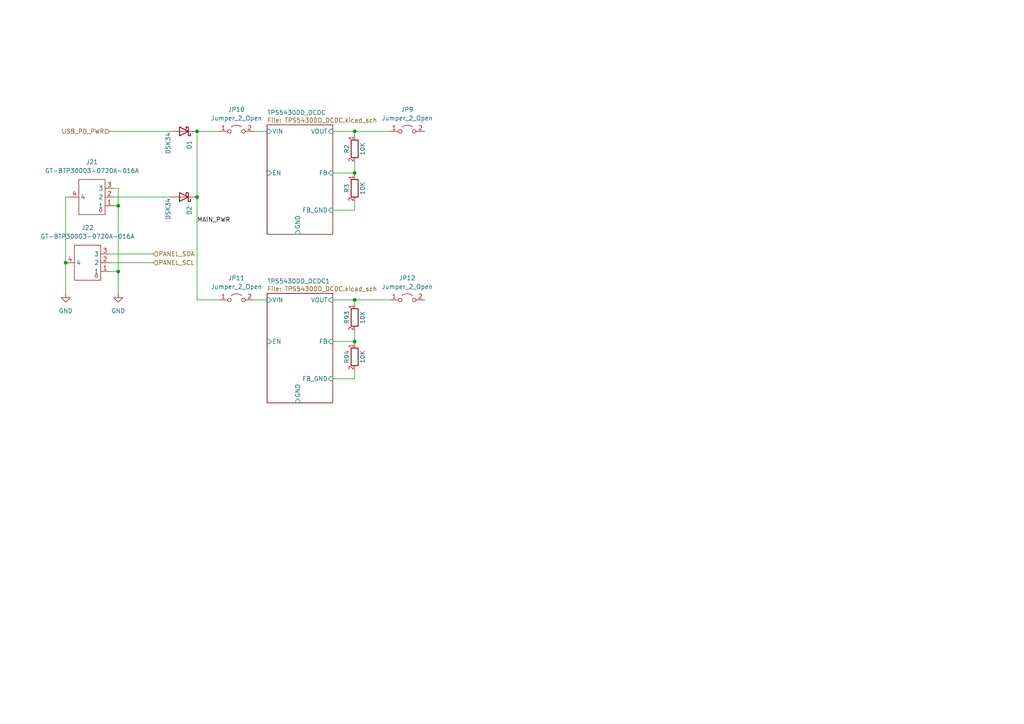
<source format=kicad_sch>
(kicad_sch (version 20250114) (generator "eeschema") (generator_version "9.0")
  (paper "A4")
  (lib_symbols
    (symbol "Diode:CDBA340-HF" (pin_numbers (hide yes)) (pin_names (hide yes))
      (property "Reference" "D" (at 0 2.54 0))
      (property "Value" "CDBA340-HF" (at 0 -2.54 0))
      (symbol "CDBA340-HF_0_1"
        (polyline (pts (xy -1.905 0.635) (xy -1.905 1.27) (xy -1.27 1.27) (xy -1.27 -1.27) (xy -0.635 -1.27) (xy -0.635 -0.635)) (stroke (width 0.254)))
        (polyline (pts (xy 1.27 1.27) (xy 1.27 -1.27) (xy -1.27 0) (xy 1.27 1.27)) (stroke (width 0.254)))
        (polyline (pts (xy 1.27 0) (xy -1.27 0)))
      )
      (symbol "CDBA340-HF_1_1"
        (pin passive line (at -3.81 0 0) (length 2.54) (name "K") (number "1"))
        (pin passive line (at 3.81 0 180) (length 2.54) (name "A") (number "2"))
      )
    )
    (symbol "Jumper:Jumper_2_Open" (pin_names (offset 0) (hide yes))
      (property "Reference" "JP" (at 0 2.794 0))
      (property "Value" "Jumper_2_Open" (at 0 -2.286 0))
      (symbol "Jumper_2_Open_0_0"
        (circle (center -2.032 0) (radius 0.508))
        (circle (center 2.032 0) (radius 0.508))
      )
      (symbol "Jumper_2_Open_0_1"
        (arc (start -1.524 1.27) (mid 0 1.778) (end 1.524 1.27))
      )
      (symbol "Jumper_2_Open_1_1"
        (pin passive line (at -5.08 0 0) (length 2.54) (name "A") (number "1"))
        (pin passive line (at 5.08 0 180) (length 2.54) (name "B") (number "2"))
      )
    )
    (symbol "PPA-Pasive:Res" (pin_names (offset 1.016))
      (property "Reference" "R" (at -2.54 2.54 0))
      (property "Value" "Res" (at -1.27 -2.54 0))
      (symbol "Res_1_1"
        (rectangle (start 2.54 -1.016) (end -2.54 1.016) (stroke (width 0.254)))
        (pin passive line (at -3.81 0 0) (length 1.27) (name "~") (number "1"))
        (pin passive line (at 3.81 0 180) (length 1.27) (name "~") (number "2"))
      )
    )
    (symbol "power:GND" (power) (pin_names (offset 0))
      (property "Value" "GND" (at 0 -3.81 0))
      (symbol "GND_0_1"
        (polyline (pts (xy 0 0) (xy 0 -1.27) (xy 1.27 -1.27) (xy 0 -2.54) (xy -1.27 -1.27) (xy 0 -1.27)))
      )
      (symbol "GND_1_1"
        (pin power_in line (at 0 0 270) (length 0) (hide yes) (name "GND") (number "1"))
      )
    )
    (symbol "ppa-electromechanical.kicad_sym:GT-BTP30003-0720A-016A"
      (property "Reference" "J" (at 0 0 0))
      (symbol "GT-BTP30003-0720A-016A_1_0"
        (rectangle (start -3.81 -5.08) (end 3.81 5.08))
        (circle (center -2.54 3.81) (radius 0.381))
        (pin unspecified line (at -6.35 2.54 0) (length 2.54) (name "1") (number "1"))
        (pin unspecified line (at -6.35 0 0) (length 2.54) (name "2") (number "2"))
        (pin unspecified line (at -6.35 -2.54 0) (length 2.54) (name "3") (number "3"))
        (pin unspecified line (at 6.35 0 180) (length 2.54) (name "4") (number "4"))
      )
    )
  )
  (junction (at 102.87 86.995))
  (junction (at 57.15 38.1))
  (junction (at 102.87 38.1))
  (junction (at 57.15 57.15))
  (junction (at 19.05 76.2))
  (junction (at 34.29 59.69))
  (junction (at 102.87 99.06))
  (junction (at 34.29 78.74))
  (junction (at 102.87 50.165))
  (wire (pts (xy 19.05 57.15) (xy 20.32 57.15)))
  (wire (pts (xy 34.29 85.09) (xy 34.29 78.74)))
  (wire (pts (xy 102.87 60.96) (xy 102.87 58.42)))
  (wire (pts (xy 31.75 38.1) (xy 49.53 38.1)))
  (wire (pts (xy 19.05 76.2) (xy 19.05 57.15)))
  (wire (pts (xy 96.52 109.855) (xy 102.87 109.855)))
  (wire (pts (xy 33.02 59.69) (xy 34.29 59.69)))
  (wire (pts (xy 33.02 57.15) (xy 49.53 57.15)))
  (wire (pts (xy 102.87 46.99) (xy 102.87 50.165)))
  (wire (pts (xy 102.87 86.995) (xy 102.87 88.265)))
  (wire (pts (xy 19.05 76.2) (xy 19.05 85.09)))
  (wire (pts (xy 31.75 78.74) (xy 34.29 78.74)))
  (wire (pts (xy 73.66 86.995) (xy 77.47 86.995)))
  (wire (pts (xy 73.66 38.1) (xy 77.47 38.1)))
  (wire (pts (xy 102.87 95.885) (xy 102.87 99.06)))
  (wire (pts (xy 102.87 99.06) (xy 102.87 99.695)))
  (wire (pts (xy 57.15 38.1) (xy 57.15 57.15)))
  (wire (pts (xy 102.87 86.995) (xy 113.03 86.995)))
  (wire (pts (xy 102.87 38.1) (xy 102.87 39.37)))
  (wire (pts (xy 96.52 86.995) (xy 102.87 86.995)))
  (wire (pts (xy 96.52 99.06) (xy 102.87 99.06)))
  (wire (pts (xy 31.75 73.66) (xy 44.45 73.66)))
  (wire (pts (xy 96.52 38.1) (xy 102.87 38.1)))
  (wire (pts (xy 102.87 109.855) (xy 102.87 107.315)))
  (wire (pts (xy 34.29 54.61) (xy 33.02 54.61)))
  (wire (pts (xy 102.87 38.1) (xy 113.03 38.1)))
  (wire (pts (xy 102.87 50.165) (xy 102.87 50.8)))
  (wire (pts (xy 34.29 78.74) (xy 34.29 59.69)))
  (wire (pts (xy 34.29 59.69) (xy 34.29 54.61)))
  (wire (pts (xy 57.15 57.15) (xy 57.15 86.995)))
  (wire (pts (xy 96.52 50.165) (xy 102.87 50.165)))
  (wire (pts (xy 96.52 60.96) (xy 102.87 60.96)))
  (wire (pts (xy 57.15 86.995) (xy 63.5 86.995)))
  (wire (pts (xy 31.75 76.2) (xy 44.45 76.2)))
  (wire (pts (xy 63.5 38.1) (xy 57.15 38.1)))
  (label "MAIN_PWR" (at 57.15 64.77 0))
  (hierarchical_label "PANEL_SDA" (shape input) (at 44.45 73.66 0))
  (hierarchical_label "USB_PD_PWR" (shape input) (at 31.75 38.1 180))
  (hierarchical_label "PANEL_SCL" (shape input) (at 44.45 76.2 0))
  (symbol (lib_id "Diode:CDBA340-HF") (at 53.34 57.15 180) (unit 1)
    (property "Reference" "D2" (at 54.9276 59.69 90) (effects (justify left)))
    (property "Value" "DSK34" (at 48.768 57.404 90) (effects (justify left)))
    (property "Footprint" "Diode_SMD:D_SOD-123F" (effects (hide yes)))
    (property "Datasheet" "https://www.comchiptech.com/admin/files/product/CDBA340-HF%20Thru193640.%20CDBA3100-HF%20RevB.pdf" (effects (hide yes)))
    (property "Description" "40V 3A Schottky Barrier Rectifier Diode, SMA(DO-214AC)" (effects (hide yes)))
    (property "JLCPCB Part #" " C727076" (effects (hide yes)))
  )
  (symbol (lib_id "Jumper:Jumper_2_Open") (at 118.11 38.1 0) (unit 1)
    (property "Reference" "JP9" (at 118.11 31.75 0))
    (property "Value" "Jumper_2_Open" (at 118.11 34.29 0))
    (property "Footprint" "foot-ppa-passive:SolderJumper-2_P1.3mm_open_Pad1.0x1.5mm" (effects (hide yes)))
    (property "Description" "Jumper, 2-pole, open" (effects (hide yes)))
  )
  (symbol (lib_id "Jumper:Jumper_2_Open") (at 68.58 38.1 0) (unit 1)
    (property "Reference" "JP10" (at 68.58 31.75 0))
    (property "Value" "Jumper_2_Open" (at 68.58 34.29 0))
    (property "Footprint" "foot-ppa-passive:SolderJumper-2_P1.3mm_open_Pad1.0x1.5mm" (effects (hide yes)))
    (property "Description" "Jumper, 2-pole, open" (effects (hide yes)))
  )
  (symbol (lib_id "Jumper:Jumper_2_Open") (at 68.58 86.995 0) (unit 1)
    (property "Reference" "JP11" (at 68.58 80.645 0))
    (property "Value" "Jumper_2_Open" (at 68.58 83.185 0))
    (property "Footprint" "foot-ppa-passive:SolderJumper-2_P1.3mm_open_Pad1.0x1.5mm" (effects (hide yes)))
    (property "Description" "Jumper, 2-pole, open" (effects (hide yes)))
  )
  (symbol (lib_id "power:GND") (at 19.05 85.09 0) (unit 1)
    (property "Reference" "#PWR0378" (effects (hide yes)))
    (property "Value" "GND" (at 19.05 90.17 0))
    (property "Description" "Power symbol creates a global label with name \"GND\" , ground" (effects (hide yes)))
  )
  (symbol (lib_id "ppa-electromechanical.kicad_sym:GT-BTP30003-0720A-016A") (at 26.67 57.15 180) (unit 1)
    (property "Reference" "J21" (at 26.67 46.99 0))
    (property "Value" "GT-BTP30003-0720A-016A" (at 26.67 49.53 0))
    (property "Footprint" "foot-ppa-passive:BAT-SMD_GT-BTP30003-0500A-016A-1" (effects (hide yes)))
    (property "Datasheet" "https://item.szlcsc.com/datasheet/GT-BTP30003-0720A-016A/43150786.html" (effects (hide yes)))
    (property "Description" "Connect Type:Spring Contact Type Pitch:3mm Number of Pins:3P Mounting Type:Surface Mount, Right Angle Current Rating:3A Voltage Rating (Max):12V Contact Material:Phosphor Bronze Contact Plating:Gold Operating Temperature:-40°C~+85°C Operating Temperature:-4" (effects (hide yes)))
    (property "Manufacturer Part" "GT-BTP30003-0720A-016A" (effects (hide yes)))
    (property "Manufacturer" "G-Switch(品赞)" (effects (hide yes)))
    (property "Supplier Part" "C41378742" (effects (hide yes)))
    (property "Supplier" "LCSC" (effects (hide yes)))
    (property "LCSC Part Name" "卧式Pitch3.0 3P电池座" (effects (hide yes)))
  )
  (symbol (lib_id "ppa-electromechanical.kicad_sym:GT-BTP30003-0720A-016A") (at 25.4 76.2 180) (unit 1)
    (property "Reference" "J22" (at 25.4 66.04 0))
    (property "Value" "GT-BTP30003-0720A-016A" (at 25.4 68.58 0))
    (property "Footprint" "foot-ppa-passive:BAT-SMD_GT-BTP30003-0500A-016A-1" (effects (hide yes)))
    (property "Datasheet" "https://item.szlcsc.com/datasheet/GT-BTP30003-0720A-016A/43150786.html" (effects (hide yes)))
    (property "Description" "Connect Type:Spring Contact Type Pitch:3mm Number of Pins:3P Mounting Type:Surface Mount, Right Angle Current Rating:3A Voltage Rating (Max):12V Contact Material:Phosphor Bronze Contact Plating:Gold Operating Temperature:-40°C~+85°C Operating Temperature:-4" (effects (hide yes)))
    (property "Manufacturer Part" "GT-BTP30003-0720A-016A" (effects (hide yes)))
    (property "Manufacturer" "G-Switch(品赞)" (effects (hide yes)))
    (property "Supplier Part" "C41378742" (effects (hide yes)))
    (property "Supplier" "LCSC" (effects (hide yes)))
    (property "LCSC Part Name" "卧式Pitch3.0 3P电池座" (effects (hide yes)))
  )
  (symbol (lib_id "Diode:CDBA340-HF") (at 53.34 38.1 180) (unit 1)
    (property "Reference" "D1" (at 54.9276 40.64 90) (effects (justify left)))
    (property "Value" "DSK34" (at 48.768 38.354 90) (effects (justify left)))
    (property "Footprint" "Diode_SMD:D_SOD-123F" (effects (hide yes)))
    (property "Datasheet" "https://www.comchiptech.com/admin/files/product/CDBA340-HF%20Thru193640.%20CDBA3100-HF%20RevB.pdf" (effects (hide yes)))
    (property "Description" "40V 3A Schottky Barrier Rectifier Diode, SMA(DO-214AC)" (effects (hide yes)))
    (property "JLCPCB Part #" " C727076" (effects (hide yes)))
  )
  (symbol (lib_id "PPA-Pasive:Res") (at 102.87 103.505 270) (unit 1)
    (property "Reference" "R94" (at 100.584 103.505 0))
    (property "Value" "10K" (at 105.156 103.505 0))
    (property "Footprint" "Resistor_SMD:R_0402_1005Metric" (effects (hide yes)))
    (property "Power" "250mW" (effects (hide yes)))
    (property "Tolerance" "=< 5%" (effects (hide yes)))
    (property "JLCPCB Part #" "C25744" (effects (hide yes)))
  )
  (symbol (lib_id "Jumper:Jumper_2_Open") (at 118.11 86.995 0) (unit 1)
    (property "Reference" "JP12" (at 118.11 80.645 0))
    (property "Value" "Jumper_2_Open" (at 118.11 83.185 0))
    (property "Footprint" "foot-ppa-passive:SolderJumper-2_P1.3mm_open_Pad1.0x1.5mm" (effects (hide yes)))
    (property "Description" "Jumper, 2-pole, open" (effects (hide yes)))
  )
  (symbol (lib_id "power:GND") (at 34.29 85.09 0) (unit 1)
    (property "Reference" "#PWR0379" (effects (hide yes)))
    (property "Value" "GND" (at 34.29 90.17 0))
    (property "Description" "Power symbol creates a global label with name \"GND\" , ground" (effects (hide yes)))
  )
  (symbol (lib_id "PPA-Pasive:Res") (at 102.87 92.075 270) (unit 1)
    (property "Reference" "R93" (at 100.584 92.075 0))
    (property "Value" "10K" (at 105.156 92.075 0))
    (property "Footprint" "Resistor_SMD:R_0402_1005Metric" (effects (hide yes)))
    (property "Power" "250mW" (effects (hide yes)))
    (property "Tolerance" "=< 5%" (effects (hide yes)))
    (property "JLCPCB Part #" "C25744" (effects (hide yes)))
  )
  (symbol (lib_id "PPA-Pasive:Res") (at 102.87 54.61 270) (unit 1)
    (property "Reference" "R3" (at 100.584 54.61 0))
    (property "Value" "10K" (at 105.156 54.61 0))
    (property "Footprint" "Resistor_SMD:R_0402_1005Metric" (effects (hide yes)))
    (property "Power" "250mW" (effects (hide yes)))
    (property "Tolerance" "=< 5%" (effects (hide yes)))
    (property "JLCPCB Part #" "C25744" (effects (hide yes)))
  )
  (symbol (lib_id "PPA-Pasive:Res") (at 102.87 43.18 270) (unit 1)
    (property "Reference" "R2" (at 100.584 43.18 0))
    (property "Value" "10K" (at 105.156 43.18 0))
    (property "Footprint" "Resistor_SMD:R_0402_1005Metric" (effects (hide yes)))
    (property "Power" "250mW" (effects (hide yes)))
    (property "Tolerance" "=< 5%" (effects (hide yes)))
    (property "JLCPCB Part #" "C25744" (effects (hide yes)))
  )
  (sheet (at 77.47 36.195) (size 19.05 31.75) (stroke (width 0.1524))
    (property "Sheetname" "TPS5430DD_DCDC" (at 77.47 33.401 0) (effects (justify left bottom)))
    (property "Sheetfile" "TPS5430DD_DCDC.kicad_sch" (at 77.47 34.163 0) (effects (justify left top)))
    (pin "FB_GND" input (at 96.52 60.96 0))
    (pin "VIN" input (at 77.47 38.1 180))
    (pin "FB" input (at 96.52 50.165 0))
    (pin "EN" input (at 77.47 50.165 180))
    (pin "VOUT" input (at 96.52 38.1 0))
    (pin "GND" input (at 86.36 67.945 270))
  )
  (sheet (at 77.47 85.09) (size 19.05 31.75) (stroke (width 0.1524))
    (property "Sheetname" "TPS5430DD_DCDC1" (at 77.47 82.296 0) (effects (justify left bottom)))
    (property "Sheetfile" "TPS5430DD_DCDC.kicad_sch" (at 77.47 83.058 0) (effects (justify left top)))
    (pin "FB_GND" input (at 96.52 109.855 0))
    (pin "VIN" input (at 77.47 86.995 180))
    (pin "FB" input (at 96.52 99.06 0))
    (pin "EN" input (at 77.47 99.06 180))
    (pin "VOUT" input (at 96.52 86.995 0))
    (pin "GND" input (at 86.36 116.84 270))
  )
)
</source>
